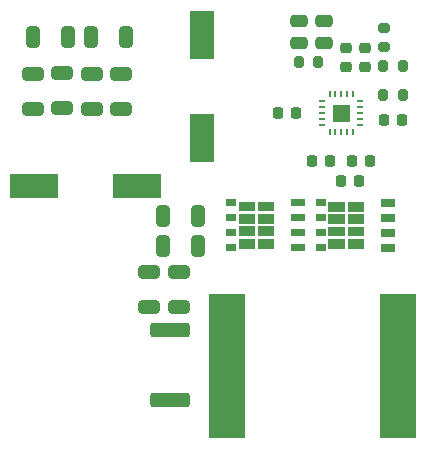
<source format=gtp>
G04 #@! TF.GenerationSoftware,KiCad,Pcbnew,(6.0.5-0)*
G04 #@! TF.CreationDate,2023-04-21T19:10:26-07:00*
G04 #@! TF.ProjectId,12V_Converter_LM5152x-Q1,3132565f-436f-46e7-9665-727465725f4c,rev?*
G04 #@! TF.SameCoordinates,Original*
G04 #@! TF.FileFunction,Paste,Top*
G04 #@! TF.FilePolarity,Positive*
%FSLAX46Y46*%
G04 Gerber Fmt 4.6, Leading zero omitted, Abs format (unit mm)*
G04 Created by KiCad (PCBNEW (6.0.5-0)) date 2023-04-21 19:10:26*
%MOMM*%
%LPD*%
G01*
G04 APERTURE LIST*
G04 Aperture macros list*
%AMRoundRect*
0 Rectangle with rounded corners*
0 $1 Rounding radius*
0 $2 $3 $4 $5 $6 $7 $8 $9 X,Y pos of 4 corners*
0 Add a 4 corners polygon primitive as box body*
4,1,4,$2,$3,$4,$5,$6,$7,$8,$9,$2,$3,0*
0 Add four circle primitives for the rounded corners*
1,1,$1+$1,$2,$3*
1,1,$1+$1,$4,$5*
1,1,$1+$1,$6,$7*
1,1,$1+$1,$8,$9*
0 Add four rect primitives between the rounded corners*
20,1,$1+$1,$2,$3,$4,$5,0*
20,1,$1+$1,$4,$5,$6,$7,0*
20,1,$1+$1,$6,$7,$8,$9,0*
20,1,$1+$1,$8,$9,$2,$3,0*%
G04 Aperture macros list end*
%ADD10C,0.010000*%
%ADD11C,0.100000*%
%ADD12RoundRect,0.250000X0.650000X-0.325000X0.650000X0.325000X-0.650000X0.325000X-0.650000X-0.325000X0*%
%ADD13RoundRect,0.225000X-0.225000X-0.250000X0.225000X-0.250000X0.225000X0.250000X-0.225000X0.250000X0*%
%ADD14RoundRect,0.225000X-0.250000X0.225000X-0.250000X-0.225000X0.250000X-0.225000X0.250000X0.225000X0*%
%ADD15RoundRect,0.250000X-0.650000X0.325000X-0.650000X-0.325000X0.650000X-0.325000X0.650000X0.325000X0*%
%ADD16RoundRect,0.200000X0.275000X-0.200000X0.275000X0.200000X-0.275000X0.200000X-0.275000X-0.200000X0*%
%ADD17RoundRect,0.250000X0.325000X0.650000X-0.325000X0.650000X-0.325000X-0.650000X0.325000X-0.650000X0*%
%ADD18RoundRect,0.250000X-1.425000X0.362500X-1.425000X-0.362500X1.425000X-0.362500X1.425000X0.362500X0*%
%ADD19R,2.000000X4.100000*%
%ADD20R,0.600000X0.240000*%
%ADD21R,0.240000X0.600000*%
%ADD22R,0.600000X0.239283*%
%ADD23RoundRect,0.225000X0.225000X0.250000X-0.225000X0.250000X-0.225000X-0.250000X0.225000X-0.250000X0*%
%ADD24R,3.022600X12.192000*%
%ADD25RoundRect,0.200000X0.200000X0.275000X-0.200000X0.275000X-0.200000X-0.275000X0.200000X-0.275000X0*%
%ADD26RoundRect,0.250000X-0.475000X0.250000X-0.475000X-0.250000X0.475000X-0.250000X0.475000X0.250000X0*%
%ADD27R,4.100000X2.000000*%
%ADD28RoundRect,0.200000X-0.200000X-0.275000X0.200000X-0.275000X0.200000X0.275000X-0.200000X0.275000X0*%
%ADD29RoundRect,0.250000X-0.325000X-0.650000X0.325000X-0.650000X0.325000X0.650000X-0.325000X0.650000X0*%
G04 APERTURE END LIST*
G36*
X102786150Y-108765200D02*
G01*
X101492150Y-108765200D01*
X101492150Y-108019200D01*
X102786150Y-108019200D01*
X102786150Y-108765200D01*
G37*
D10*
X102786150Y-108765200D02*
X101492150Y-108765200D01*
X101492150Y-108019200D01*
X102786150Y-108019200D01*
X102786150Y-108765200D01*
G36*
X99562150Y-109804200D02*
G01*
X98796150Y-109804200D01*
X98796150Y-109296200D01*
X99562150Y-109296200D01*
X99562150Y-109804200D01*
G37*
X99562150Y-109804200D02*
X98796150Y-109804200D01*
X98796150Y-109296200D01*
X99562150Y-109296200D01*
X99562150Y-109804200D01*
G36*
X101142150Y-110857200D02*
G01*
X99848150Y-110857200D01*
X99848150Y-110111200D01*
X101142150Y-110111200D01*
X101142150Y-110857200D01*
G37*
X101142150Y-110857200D02*
X99848150Y-110857200D01*
X99848150Y-110111200D01*
X101142150Y-110111200D01*
X101142150Y-110857200D01*
G36*
X105382150Y-107291200D02*
G01*
X104310150Y-107291200D01*
X104310150Y-106729200D01*
X105382150Y-106729200D01*
X105382150Y-107291200D01*
G37*
X105382150Y-107291200D02*
X104310150Y-107291200D01*
X104310150Y-106729200D01*
X105382150Y-106729200D01*
X105382150Y-107291200D01*
G36*
X105382150Y-111101200D02*
G01*
X104310150Y-111101200D01*
X104310150Y-110539200D01*
X105382150Y-110539200D01*
X105382150Y-111101200D01*
G37*
X105382150Y-111101200D02*
X104310150Y-111101200D01*
X104310150Y-110539200D01*
X105382150Y-110539200D01*
X105382150Y-111101200D01*
G36*
X101142150Y-109811200D02*
G01*
X99848150Y-109811200D01*
X99848150Y-109065200D01*
X101142150Y-109065200D01*
X101142150Y-109811200D01*
G37*
X101142150Y-109811200D02*
X99848150Y-109811200D01*
X99848150Y-109065200D01*
X101142150Y-109065200D01*
X101142150Y-109811200D01*
G36*
X105382150Y-108561200D02*
G01*
X104310150Y-108561200D01*
X104310150Y-107999200D01*
X105382150Y-107999200D01*
X105382150Y-108561200D01*
G37*
X105382150Y-108561200D02*
X104310150Y-108561200D01*
X104310150Y-107999200D01*
X105382150Y-107999200D01*
X105382150Y-108561200D01*
G36*
X99562150Y-111074200D02*
G01*
X98796150Y-111074200D01*
X98796150Y-110566200D01*
X99562150Y-110566200D01*
X99562150Y-111074200D01*
G37*
X99562150Y-111074200D02*
X98796150Y-111074200D01*
X98796150Y-110566200D01*
X99562150Y-110566200D01*
X99562150Y-111074200D01*
G36*
X101142150Y-107719200D02*
G01*
X99848150Y-107719200D01*
X99848150Y-106973200D01*
X101142150Y-106973200D01*
X101142150Y-107719200D01*
G37*
X101142150Y-107719200D02*
X99848150Y-107719200D01*
X99848150Y-106973200D01*
X101142150Y-106973200D01*
X101142150Y-107719200D01*
G36*
X99562150Y-108534200D02*
G01*
X98796150Y-108534200D01*
X98796150Y-108026200D01*
X99562150Y-108026200D01*
X99562150Y-108534200D01*
G37*
X99562150Y-108534200D02*
X98796150Y-108534200D01*
X98796150Y-108026200D01*
X99562150Y-108026200D01*
X99562150Y-108534200D01*
G36*
X102786150Y-107719200D02*
G01*
X101492150Y-107719200D01*
X101492150Y-106973200D01*
X102786150Y-106973200D01*
X102786150Y-107719200D01*
G37*
X102786150Y-107719200D02*
X101492150Y-107719200D01*
X101492150Y-106973200D01*
X102786150Y-106973200D01*
X102786150Y-107719200D01*
G36*
X102786150Y-109811200D02*
G01*
X101492150Y-109811200D01*
X101492150Y-109065200D01*
X102786150Y-109065200D01*
X102786150Y-109811200D01*
G37*
X102786150Y-109811200D02*
X101492150Y-109811200D01*
X101492150Y-109065200D01*
X102786150Y-109065200D01*
X102786150Y-109811200D01*
G36*
X99562150Y-107264200D02*
G01*
X98796150Y-107264200D01*
X98796150Y-106756200D01*
X99562150Y-106756200D01*
X99562150Y-107264200D01*
G37*
X99562150Y-107264200D02*
X98796150Y-107264200D01*
X98796150Y-106756200D01*
X99562150Y-106756200D01*
X99562150Y-107264200D01*
G36*
X101142150Y-108765200D02*
G01*
X99848150Y-108765200D01*
X99848150Y-108019200D01*
X101142150Y-108019200D01*
X101142150Y-108765200D01*
G37*
X101142150Y-108765200D02*
X99848150Y-108765200D01*
X99848150Y-108019200D01*
X101142150Y-108019200D01*
X101142150Y-108765200D01*
G36*
X105382150Y-109831200D02*
G01*
X104310150Y-109831200D01*
X104310150Y-109269200D01*
X105382150Y-109269200D01*
X105382150Y-109831200D01*
G37*
X105382150Y-109831200D02*
X104310150Y-109831200D01*
X104310150Y-109269200D01*
X105382150Y-109269200D01*
X105382150Y-109831200D01*
G36*
X102786150Y-110857200D02*
G01*
X101492150Y-110857200D01*
X101492150Y-110111200D01*
X102786150Y-110111200D01*
X102786150Y-110857200D01*
G37*
X102786150Y-110857200D02*
X101492150Y-110857200D01*
X101492150Y-110111200D01*
X102786150Y-110111200D01*
X102786150Y-110857200D01*
G36*
X101619489Y-100146289D02*
G01*
X100259711Y-100146289D01*
X100259711Y-98786511D01*
X101619489Y-98786511D01*
X101619489Y-100146289D01*
G37*
D11*
X101619489Y-100146289D02*
X100259711Y-100146289D01*
X100259711Y-98786511D01*
X101619489Y-98786511D01*
X101619489Y-100146289D01*
G36*
X93534750Y-110842000D02*
G01*
X92240750Y-110842000D01*
X92240750Y-110096000D01*
X93534750Y-110096000D01*
X93534750Y-110842000D01*
G37*
D10*
X93534750Y-110842000D02*
X92240750Y-110842000D01*
X92240750Y-110096000D01*
X93534750Y-110096000D01*
X93534750Y-110842000D01*
G36*
X93534750Y-107704000D02*
G01*
X92240750Y-107704000D01*
X92240750Y-106958000D01*
X93534750Y-106958000D01*
X93534750Y-107704000D01*
G37*
X93534750Y-107704000D02*
X92240750Y-107704000D01*
X92240750Y-106958000D01*
X93534750Y-106958000D01*
X93534750Y-107704000D01*
G36*
X95178750Y-107704000D02*
G01*
X93884750Y-107704000D01*
X93884750Y-106958000D01*
X95178750Y-106958000D01*
X95178750Y-107704000D01*
G37*
X95178750Y-107704000D02*
X93884750Y-107704000D01*
X93884750Y-106958000D01*
X95178750Y-106958000D01*
X95178750Y-107704000D01*
G36*
X97774750Y-108546000D02*
G01*
X96702750Y-108546000D01*
X96702750Y-107984000D01*
X97774750Y-107984000D01*
X97774750Y-108546000D01*
G37*
X97774750Y-108546000D02*
X96702750Y-108546000D01*
X96702750Y-107984000D01*
X97774750Y-107984000D01*
X97774750Y-108546000D01*
G36*
X91954750Y-107249000D02*
G01*
X91188750Y-107249000D01*
X91188750Y-106741000D01*
X91954750Y-106741000D01*
X91954750Y-107249000D01*
G37*
X91954750Y-107249000D02*
X91188750Y-107249000D01*
X91188750Y-106741000D01*
X91954750Y-106741000D01*
X91954750Y-107249000D01*
G36*
X97774750Y-107276000D02*
G01*
X96702750Y-107276000D01*
X96702750Y-106714000D01*
X97774750Y-106714000D01*
X97774750Y-107276000D01*
G37*
X97774750Y-107276000D02*
X96702750Y-107276000D01*
X96702750Y-106714000D01*
X97774750Y-106714000D01*
X97774750Y-107276000D01*
G36*
X91954750Y-109789000D02*
G01*
X91188750Y-109789000D01*
X91188750Y-109281000D01*
X91954750Y-109281000D01*
X91954750Y-109789000D01*
G37*
X91954750Y-109789000D02*
X91188750Y-109789000D01*
X91188750Y-109281000D01*
X91954750Y-109281000D01*
X91954750Y-109789000D01*
G36*
X97774750Y-109816000D02*
G01*
X96702750Y-109816000D01*
X96702750Y-109254000D01*
X97774750Y-109254000D01*
X97774750Y-109816000D01*
G37*
X97774750Y-109816000D02*
X96702750Y-109816000D01*
X96702750Y-109254000D01*
X97774750Y-109254000D01*
X97774750Y-109816000D01*
G36*
X97774750Y-111086000D02*
G01*
X96702750Y-111086000D01*
X96702750Y-110524000D01*
X97774750Y-110524000D01*
X97774750Y-111086000D01*
G37*
X97774750Y-111086000D02*
X96702750Y-111086000D01*
X96702750Y-110524000D01*
X97774750Y-110524000D01*
X97774750Y-111086000D01*
G36*
X93534750Y-109796000D02*
G01*
X92240750Y-109796000D01*
X92240750Y-109050000D01*
X93534750Y-109050000D01*
X93534750Y-109796000D01*
G37*
X93534750Y-109796000D02*
X92240750Y-109796000D01*
X92240750Y-109050000D01*
X93534750Y-109050000D01*
X93534750Y-109796000D01*
G36*
X95178750Y-109796000D02*
G01*
X93884750Y-109796000D01*
X93884750Y-109050000D01*
X95178750Y-109050000D01*
X95178750Y-109796000D01*
G37*
X95178750Y-109796000D02*
X93884750Y-109796000D01*
X93884750Y-109050000D01*
X95178750Y-109050000D01*
X95178750Y-109796000D01*
G36*
X91954750Y-108519000D02*
G01*
X91188750Y-108519000D01*
X91188750Y-108011000D01*
X91954750Y-108011000D01*
X91954750Y-108519000D01*
G37*
X91954750Y-108519000D02*
X91188750Y-108519000D01*
X91188750Y-108011000D01*
X91954750Y-108011000D01*
X91954750Y-108519000D01*
G36*
X91954750Y-111059000D02*
G01*
X91188750Y-111059000D01*
X91188750Y-110551000D01*
X91954750Y-110551000D01*
X91954750Y-111059000D01*
G37*
X91954750Y-111059000D02*
X91188750Y-111059000D01*
X91188750Y-110551000D01*
X91954750Y-110551000D01*
X91954750Y-111059000D01*
G36*
X93534750Y-108750000D02*
G01*
X92240750Y-108750000D01*
X92240750Y-108004000D01*
X93534750Y-108004000D01*
X93534750Y-108750000D01*
G37*
X93534750Y-108750000D02*
X92240750Y-108750000D01*
X92240750Y-108004000D01*
X93534750Y-108004000D01*
X93534750Y-108750000D01*
G36*
X95178750Y-110842000D02*
G01*
X93884750Y-110842000D01*
X93884750Y-110096000D01*
X95178750Y-110096000D01*
X95178750Y-110842000D01*
G37*
X95178750Y-110842000D02*
X93884750Y-110842000D01*
X93884750Y-110096000D01*
X95178750Y-110096000D01*
X95178750Y-110842000D01*
G36*
X95178750Y-108750000D02*
G01*
X93884750Y-108750000D01*
X93884750Y-108004000D01*
X95178750Y-108004000D01*
X95178750Y-108750000D01*
G37*
X95178750Y-108750000D02*
X93884750Y-108750000D01*
X93884750Y-108004000D01*
X95178750Y-108004000D01*
X95178750Y-108750000D01*
D12*
X84632800Y-115870250D03*
X84632800Y-112920250D03*
D13*
X95541800Y-99466400D03*
X97091800Y-99466400D03*
D14*
X102920800Y-93967000D03*
X102920800Y-95517000D03*
D15*
X82300000Y-96125000D03*
X82300000Y-99075000D03*
D16*
X104546400Y-93890600D03*
X104546400Y-92240600D03*
D17*
X82675000Y-93000000D03*
X79725000Y-93000000D03*
D18*
X86461600Y-117833550D03*
X86461600Y-123758550D03*
D19*
X89100000Y-101550000D03*
X89100000Y-92850000D03*
D20*
X99339600Y-98466399D03*
X99339600Y-98966401D03*
X99339600Y-99466400D03*
X99339600Y-99966402D03*
X99339600Y-100466401D03*
D21*
X99939599Y-101066400D03*
X100439601Y-101066400D03*
X100939600Y-101066400D03*
X101439602Y-101066400D03*
X101939601Y-101066400D03*
D22*
X102539600Y-100466400D03*
X102539600Y-99966400D03*
D20*
X102539600Y-99466400D03*
X102539600Y-98966400D03*
X102539600Y-98466399D03*
D21*
X101939600Y-97866400D03*
X101439600Y-97866400D03*
X100939600Y-97866400D03*
X100439600Y-97866400D03*
X99939599Y-97866400D03*
D23*
X99987400Y-103530400D03*
X98437400Y-103530400D03*
D24*
X105777100Y-120900000D03*
X91222900Y-120900000D03*
D25*
X106133400Y-97891600D03*
X104483400Y-97891600D03*
D26*
X99466400Y-91658400D03*
X99466400Y-93558400D03*
D27*
X83650000Y-105600000D03*
X74950000Y-105600000D03*
D15*
X74800000Y-96125000D03*
X74800000Y-99075000D03*
D13*
X101841000Y-103530400D03*
X103391000Y-103530400D03*
D28*
X97320600Y-95148400D03*
X98970600Y-95148400D03*
D15*
X79800000Y-96125000D03*
X79800000Y-99075000D03*
D28*
X104483400Y-95453200D03*
X106133400Y-95453200D03*
D29*
X85825000Y-108200000D03*
X88775000Y-108200000D03*
D15*
X77300000Y-96100000D03*
X77300000Y-99050000D03*
D17*
X77775000Y-93000000D03*
X74825000Y-93000000D03*
D29*
X85825000Y-110700000D03*
X88775000Y-110700000D03*
D12*
X87172800Y-115870250D03*
X87172800Y-112920250D03*
D13*
X104533400Y-100025200D03*
X106083400Y-100025200D03*
D14*
X101295200Y-93967000D03*
X101295200Y-95517000D03*
D26*
X97332800Y-91658400D03*
X97332800Y-93558400D03*
D13*
X100926600Y-105206800D03*
X102476600Y-105206800D03*
M02*

</source>
